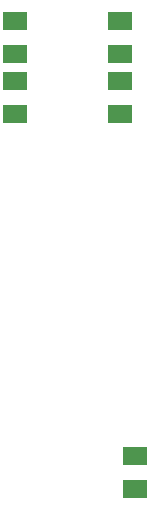
<source format=gbr>
%TF.GenerationSoftware,KiCad,Pcbnew,5.1.9-73d0e3b20d~88~ubuntu18.04.1*%
%TF.CreationDate,2021-01-30T02:03:27+01:00*%
%TF.ProjectId,terraesp,74657272-6165-4737-902e-6b696361645f,rev?*%
%TF.SameCoordinates,Original*%
%TF.FileFunction,Paste,Bot*%
%TF.FilePolarity,Positive*%
%FSLAX46Y46*%
G04 Gerber Fmt 4.6, Leading zero omitted, Abs format (unit mm)*
G04 Created by KiCad (PCBNEW 5.1.9-73d0e3b20d~88~ubuntu18.04.1) date 2021-01-30 02:03:27*
%MOMM*%
%LPD*%
G01*
G04 APERTURE LIST*
%ADD10R,2.000000X1.600000*%
G04 APERTURE END LIST*
D10*
%TO.C,R5*%
X125651100Y-120583600D03*
X125651100Y-123383600D03*
%TD*%
%TO.C,R15*%
X124381100Y-91633600D03*
X124381100Y-88833600D03*
%TD*%
%TO.C,R16*%
X124381100Y-83753600D03*
X124381100Y-86553600D03*
%TD*%
%TO.C,R17*%
X115491100Y-91633600D03*
X115491100Y-88833600D03*
%TD*%
%TO.C,R18*%
X115491100Y-83753600D03*
X115491100Y-86553600D03*
%TD*%
M02*

</source>
